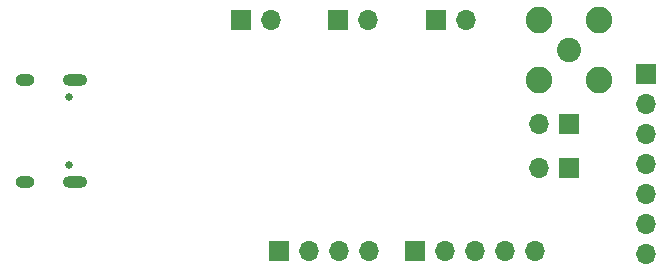
<source format=gbr>
%TF.GenerationSoftware,KiCad,Pcbnew,8.0.6*%
%TF.CreationDate,2025-02-28T22:10:36+01:00*%
%TF.ProjectId,stm8s-target-v1,73746d38-732d-4746-9172-6765742d7631,rev?*%
%TF.SameCoordinates,PX3d09000PY6590fa0*%
%TF.FileFunction,Soldermask,Bot*%
%TF.FilePolarity,Negative*%
%FSLAX46Y46*%
G04 Gerber Fmt 4.6, Leading zero omitted, Abs format (unit mm)*
G04 Created by KiCad (PCBNEW 8.0.6) date 2025-02-28 22:10:36*
%MOMM*%
%LPD*%
G01*
G04 APERTURE LIST*
%ADD10R,1.700000X1.700000*%
%ADD11O,1.700000X1.700000*%
%ADD12C,0.650000*%
%ADD13O,2.100000X1.000000*%
%ADD14O,1.600000X1.000000*%
%ADD15C,2.050000*%
%ADD16C,2.250000*%
G04 APERTURE END LIST*
D10*
%TO.C,J5*%
X23000000Y3000000D03*
D11*
X25540000Y3000000D03*
X28080000Y3000000D03*
X30620000Y3000000D03*
%TD*%
%TO.C,J3*%
X30540000Y22500000D03*
D10*
X28000000Y22500000D03*
%TD*%
%TO.C,J9*%
X36250000Y22500000D03*
D11*
X38790000Y22500000D03*
%TD*%
D10*
%TO.C,J1*%
X47500000Y10000000D03*
D11*
X44960000Y10000000D03*
%TD*%
D12*
%TO.C,J7*%
X5150000Y16000000D03*
X5150000Y10220000D03*
D13*
X5680000Y17430000D03*
D14*
X1500000Y17430000D03*
D13*
X5680000Y8790000D03*
D14*
X1500000Y8790000D03*
%TD*%
D10*
%TO.C,J4*%
X54000000Y18000000D03*
D11*
X54000000Y15460000D03*
X54000000Y12920000D03*
X54000000Y10380000D03*
X54000000Y7840000D03*
X54000000Y5300000D03*
X54000000Y2760000D03*
%TD*%
D10*
%TO.C,J2*%
X47500000Y13750000D03*
D11*
X44960000Y13750000D03*
%TD*%
D15*
%TO.C,J8*%
X47500000Y20000000D03*
D16*
X44960000Y22540000D03*
X44960000Y17460000D03*
X50040000Y22540000D03*
X50040000Y17460000D03*
%TD*%
D10*
%TO.C,J6*%
X34500000Y3000000D03*
D11*
X37040000Y3000000D03*
X39580000Y3000000D03*
X42120000Y3000000D03*
X44660000Y3000000D03*
%TD*%
D10*
%TO.C,J10*%
X19750000Y22500000D03*
D11*
X22290000Y22500000D03*
%TD*%
M02*

</source>
